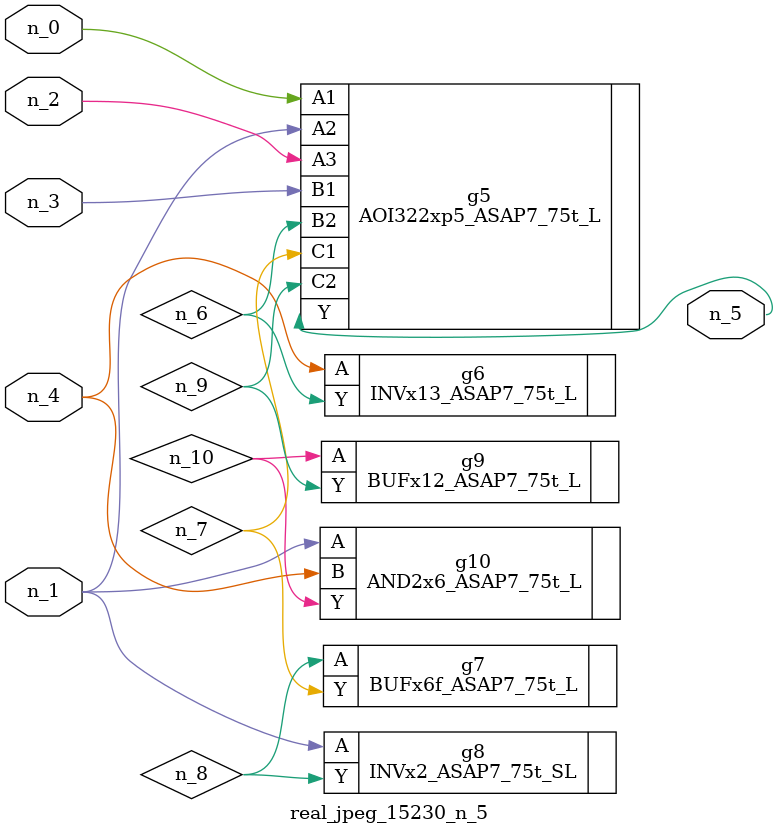
<source format=v>
module real_jpeg_15230_n_5 (n_4, n_0, n_1, n_2, n_3, n_5);

input n_4;
input n_0;
input n_1;
input n_2;
input n_3;

output n_5;

wire n_8;
wire n_6;
wire n_7;
wire n_10;
wire n_9;

AOI322xp5_ASAP7_75t_L g5 ( 
.A1(n_0),
.A2(n_1),
.A3(n_2),
.B1(n_3),
.B2(n_6),
.C1(n_7),
.C2(n_9),
.Y(n_5)
);

INVx2_ASAP7_75t_SL g8 ( 
.A(n_1),
.Y(n_8)
);

AND2x6_ASAP7_75t_L g10 ( 
.A(n_1),
.B(n_4),
.Y(n_10)
);

INVx13_ASAP7_75t_L g6 ( 
.A(n_4),
.Y(n_6)
);

BUFx6f_ASAP7_75t_L g7 ( 
.A(n_8),
.Y(n_7)
);

BUFx12_ASAP7_75t_L g9 ( 
.A(n_10),
.Y(n_9)
);


endmodule
</source>
